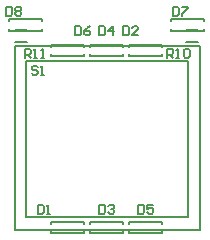
<source format=gto>
G04*
G04 #@! TF.GenerationSoftware,Altium Limited,Altium Designer,20.0.14 (345)*
G04*
G04 Layer_Color=65535*
%FSLAX25Y25*%
%MOIN*%
G70*
G01*
G75*
%ADD10C,0.00600*%
%ADD11C,0.00598*%
%ADD12C,0.00787*%
%ADD13C,0.00800*%
D10*
X26500Y36300D02*
X30500D01*
X26500Y32300D02*
X30500D01*
X21488Y36031D02*
X32512D01*
X21488Y39968D02*
X32512D01*
X-32512Y36031D02*
X-21488D01*
X-32512Y39968D02*
X-21488D01*
X-30500Y32300D02*
X-26500D01*
X-30500Y36300D02*
X-26500D01*
X-18512Y-31468D02*
X-7488D01*
X-18512Y-27531D02*
X-7488D01*
X7488Y-31468D02*
X18512D01*
X7488Y-27531D02*
X18512D01*
X-5512Y-31468D02*
X5512D01*
X-5512Y-27531D02*
X5512D01*
X7488Y27531D02*
X18512D01*
X7488Y31468D02*
X18512D01*
X-5512Y27531D02*
X5512D01*
X-5512Y31468D02*
X5512D01*
X-18512Y27531D02*
X-7488D01*
X-18512Y31468D02*
X-7488D01*
D11*
X21488Y39181D02*
Y39968D01*
Y36031D02*
Y36819D01*
X32512Y36031D02*
Y36819D01*
Y39181D02*
Y39968D01*
X-32512Y39181D02*
Y39968D01*
Y36031D02*
Y36819D01*
X-21488Y36031D02*
Y36819D01*
Y39181D02*
Y39968D01*
X-18512Y-28319D02*
Y-27531D01*
Y-31468D02*
Y-30681D01*
X-7488Y-31468D02*
Y-30681D01*
Y-28319D02*
Y-27531D01*
X7488Y-28319D02*
Y-27531D01*
Y-31468D02*
Y-30681D01*
X18512Y-31468D02*
Y-30681D01*
Y-28319D02*
Y-27531D01*
X-5512Y-28319D02*
Y-27531D01*
Y-31468D02*
Y-30681D01*
X5512Y-31468D02*
Y-30681D01*
Y-28319D02*
Y-27531D01*
X7488Y30681D02*
Y31468D01*
Y27531D02*
Y28319D01*
X18512Y27531D02*
Y28319D01*
Y30681D02*
Y31468D01*
X-5512Y30681D02*
Y31468D01*
Y27531D02*
Y28319D01*
X5512Y27531D02*
Y28319D01*
Y30681D02*
Y31468D01*
X-18512Y30681D02*
Y31468D01*
Y27531D02*
Y28319D01*
X-7488Y27531D02*
Y28319D01*
Y30681D02*
Y31468D01*
D12*
X31000Y-30500D02*
Y31000D01*
X-30500Y-30500D02*
X31000D01*
X-30500D02*
Y31000D01*
X31000D01*
X-27000Y-26000D02*
X27000D01*
X-27000D02*
Y26000D01*
X27000D01*
Y-26000D02*
Y26000D01*
D13*
X-27249Y27000D02*
Y30000D01*
X-25749D01*
X-25250Y29500D01*
Y28500D01*
X-25749Y28000D01*
X-27249D01*
X-26249D02*
X-25250Y27000D01*
X-24250D02*
X-23250D01*
X-23750D01*
Y30000D01*
X-24250Y29500D01*
X-21751Y27000D02*
X-20751D01*
X-21251D01*
Y30000D01*
X-21751Y29500D01*
X20251Y27000D02*
Y30000D01*
X21751D01*
X22251Y29500D01*
Y28500D01*
X21751Y28000D01*
X20251D01*
X21251D02*
X22251Y27000D01*
X23250D02*
X24250D01*
X23750D01*
Y30000D01*
X23250Y29500D01*
X25749D02*
X26249Y30000D01*
X27249D01*
X27749Y29500D01*
Y27500D01*
X27249Y27000D01*
X26249D01*
X25749Y27500D01*
Y29500D01*
X-33499Y43999D02*
Y41001D01*
X-32000D01*
X-31500Y41500D01*
Y43500D01*
X-32000Y43999D01*
X-33499D01*
X-30500Y43500D02*
X-30000Y43999D01*
X-29001D01*
X-28501Y43500D01*
Y43000D01*
X-29001Y42500D01*
X-28501Y42000D01*
Y41500D01*
X-29001Y41001D01*
X-30000D01*
X-30500Y41500D01*
Y42000D01*
X-30000Y42500D01*
X-30500Y43000D01*
Y43500D01*
X-30000Y42500D02*
X-29001D01*
X22001Y43999D02*
Y41001D01*
X23500D01*
X24000Y41500D01*
Y43500D01*
X23500Y43999D01*
X22001D01*
X25000D02*
X26999D01*
Y43500D01*
X25000Y41500D01*
Y41001D01*
X-23011Y23860D02*
X-23511Y24360D01*
X-24511D01*
X-25011Y23860D01*
Y23360D01*
X-24511Y22860D01*
X-23511D01*
X-23011Y22360D01*
Y21861D01*
X-23511Y21361D01*
X-24511D01*
X-25011Y21861D01*
X-22012Y21361D02*
X-21012D01*
X-21512D01*
Y24360D01*
X-22012Y23860D01*
X-10499Y37499D02*
Y34501D01*
X-9000D01*
X-8500Y35000D01*
Y37000D01*
X-9000Y37499D01*
X-10499D01*
X-5501D02*
X-6500Y37000D01*
X-7500Y36000D01*
Y35000D01*
X-7000Y34501D01*
X-6001D01*
X-5501Y35000D01*
Y35500D01*
X-6001Y36000D01*
X-7500D01*
X10501Y-22001D02*
Y-24999D01*
X12000D01*
X12500Y-24500D01*
Y-22500D01*
X12000Y-22001D01*
X10501D01*
X15499D02*
X13500D01*
Y-23500D01*
X14500Y-23000D01*
X14999D01*
X15499Y-23500D01*
Y-24500D01*
X14999Y-24999D01*
X14000D01*
X13500Y-24500D01*
X-2499Y37499D02*
Y34501D01*
X-1000D01*
X-500Y35000D01*
Y37000D01*
X-1000Y37499D01*
X-2499D01*
X1999Y34501D02*
Y37499D01*
X500Y36000D01*
X2499D01*
X-2499Y-22001D02*
Y-24999D01*
X-1000D01*
X-500Y-24500D01*
Y-22500D01*
X-1000Y-22001D01*
X-2499D01*
X500Y-22500D02*
X1000Y-22001D01*
X1999D01*
X2499Y-22500D01*
Y-23000D01*
X1999Y-23500D01*
X1500D01*
X1999D01*
X2499Y-24000D01*
Y-24500D01*
X1999Y-24999D01*
X1000D01*
X500Y-24500D01*
X5501Y37499D02*
Y34501D01*
X7000D01*
X7500Y35000D01*
Y37000D01*
X7000Y37499D01*
X5501D01*
X10499Y34501D02*
X8500D01*
X10499Y36500D01*
Y37000D01*
X9999Y37499D01*
X9000D01*
X8500Y37000D01*
X-22999Y-22001D02*
Y-24999D01*
X-21500D01*
X-21000Y-24500D01*
Y-22500D01*
X-21500Y-22001D01*
X-22999D01*
X-20000Y-24999D02*
X-19001D01*
X-19500D01*
Y-22001D01*
X-20000Y-22500D01*
M02*

</source>
